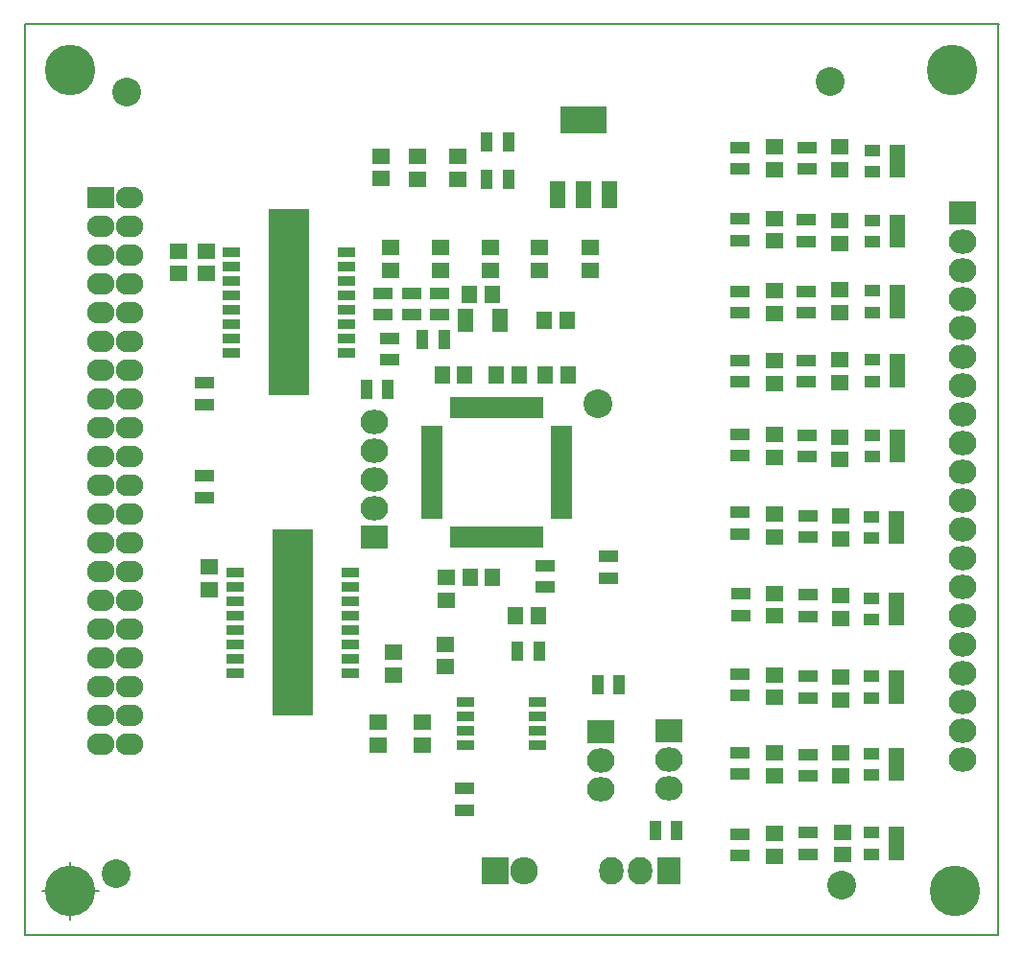
<source format=gbr>
G04 #@! TF.FileFunction,Soldermask,Top*
%FSLAX46Y46*%
G04 Gerber Fmt 4.6, Leading zero omitted, Abs format (unit mm)*
G04 Created by KiCad (PCBNEW 4.0.2-stable) date 21/01/2018 10:23:35*
%MOMM*%
G01*
G04 APERTURE LIST*
%ADD10C,0.100000*%
%ADD11C,0.150000*%
%ADD12R,1.650000X1.400000*%
%ADD13R,3.540000X16.540000*%
%ADD14R,2.400000X1.924000*%
%ADD15O,2.400000X1.924000*%
%ADD16R,2.432000X2.127200*%
%ADD17O,2.432000X2.127200*%
%ADD18R,1.543000X0.908000*%
%ADD19R,1.100000X1.700000*%
%ADD20R,1.400000X1.650000*%
%ADD21R,1.700000X1.100000*%
%ADD22R,1.460000X1.050000*%
%ADD23R,1.400000X2.000000*%
%ADD24R,2.127200X2.432000*%
%ADD25O,2.127200X2.432000*%
%ADD26C,2.540000*%
%ADD27C,4.464000*%
%ADD28R,1.900000X0.700000*%
%ADD29R,0.700000X1.900000*%
%ADD30R,4.057600X2.432000*%
%ADD31R,1.416000X2.432000*%
%ADD32R,2.432000X2.432000*%
%ADD33O,2.432000X2.432000*%
G04 APERTURE END LIST*
D10*
D11*
X105666666Y-144500000D02*
G75*
G03X105666666Y-144500000I-1666666J0D01*
G01*
X101500000Y-144500000D02*
X106500000Y-144500000D01*
X104000000Y-142000000D02*
X104000000Y-147000000D01*
X100015000Y-67920000D02*
X185880000Y-67920000D01*
X100015000Y-67920000D02*
X100015000Y-148420000D01*
X185875000Y-148420000D02*
X185875000Y-67920000D01*
X100010000Y-148420000D02*
X185875000Y-148420000D01*
D12*
X138200000Y-79650000D03*
X138200000Y-81650000D03*
D13*
X123580000Y-120820000D03*
X123280000Y-92520000D03*
D14*
X106680000Y-83320000D03*
D15*
X109220000Y-83320000D03*
X106680000Y-85860000D03*
X109220000Y-85860000D03*
X106680000Y-88400000D03*
X109220000Y-88400000D03*
X106680000Y-90940000D03*
X109220000Y-90940000D03*
X106680000Y-93480000D03*
X109220000Y-93480000D03*
X106680000Y-96020000D03*
X109220000Y-96020000D03*
X106680000Y-98560000D03*
X109220000Y-98560000D03*
X106680000Y-101100000D03*
X109220000Y-101100000D03*
X106680000Y-103640000D03*
X109220000Y-103640000D03*
X106680000Y-106180000D03*
X109220000Y-106180000D03*
X106680000Y-108720000D03*
X109220000Y-108720000D03*
X106680000Y-111260000D03*
X109220000Y-111260000D03*
X106680000Y-113800000D03*
X109220000Y-113800000D03*
X106680000Y-116340000D03*
X109220000Y-116340000D03*
X106680000Y-118880000D03*
X109220000Y-118880000D03*
X106680000Y-121420000D03*
X109220000Y-121420000D03*
X106680000Y-123960000D03*
X109220000Y-123960000D03*
X106680000Y-126500000D03*
X109220000Y-126500000D03*
X106680000Y-129040000D03*
X109220000Y-129040000D03*
X106680000Y-131580000D03*
X109220000Y-131580000D03*
D16*
X156770000Y-130400000D03*
D17*
X156770000Y-132940000D03*
X156770000Y-135480000D03*
D18*
X118500000Y-116375000D03*
X118500000Y-117645000D03*
X118500000Y-118915000D03*
X118500000Y-120185000D03*
X118500000Y-121455000D03*
X118500000Y-122725000D03*
X118500000Y-123995000D03*
X118500000Y-125265000D03*
X128660000Y-125265000D03*
X128660000Y-123995000D03*
X128660000Y-122725000D03*
X128660000Y-121455000D03*
X128660000Y-120185000D03*
X128660000Y-118915000D03*
X128660000Y-117645000D03*
X128660000Y-116375000D03*
D19*
X140750000Y-78350000D03*
X142650000Y-78350000D03*
D18*
X118200000Y-88075000D03*
X118200000Y-89345000D03*
X118200000Y-90615000D03*
X118200000Y-91885000D03*
X118200000Y-93155000D03*
X118200000Y-94425000D03*
X118200000Y-95695000D03*
X118200000Y-96965000D03*
X128360000Y-96965000D03*
X128360000Y-95695000D03*
X128360000Y-94425000D03*
X128360000Y-93155000D03*
X128360000Y-91885000D03*
X128360000Y-90615000D03*
X128360000Y-89345000D03*
X128360000Y-88075000D03*
D12*
X166080000Y-80820000D03*
X166080000Y-78820000D03*
X171880000Y-80820000D03*
X171880000Y-78820000D03*
X166080000Y-87120000D03*
X166080000Y-85120000D03*
X171880000Y-87320000D03*
X171880000Y-85320000D03*
X166080000Y-93520000D03*
X166080000Y-91520000D03*
X171880000Y-93420000D03*
X171880000Y-91420000D03*
X166080000Y-99720000D03*
X166080000Y-97720000D03*
X171880000Y-99620000D03*
X171880000Y-97620000D03*
X166080000Y-106220000D03*
X166080000Y-104220000D03*
X171880000Y-106420000D03*
X171880000Y-104420000D03*
X166080000Y-113220000D03*
X166080000Y-111220000D03*
X171980000Y-113420000D03*
X171980000Y-111420000D03*
X166080000Y-120220000D03*
X166080000Y-118220000D03*
X171980000Y-120420000D03*
X171980000Y-118420000D03*
X166080000Y-127420000D03*
X166080000Y-125420000D03*
X171980000Y-127620000D03*
X171980000Y-125620000D03*
X166080000Y-134320000D03*
X166080000Y-132320000D03*
X171980000Y-134320000D03*
X171980000Y-132320000D03*
D20*
X145780000Y-94120000D03*
X147780000Y-94120000D03*
X141580000Y-98920000D03*
X143580000Y-98920000D03*
X141200000Y-91800000D03*
X139200000Y-91800000D03*
X138780000Y-98920000D03*
X136780000Y-98920000D03*
D12*
X137140000Y-118820000D03*
X137140000Y-116820000D03*
D20*
X141250000Y-116820000D03*
X139250000Y-116820000D03*
D12*
X131380000Y-79620000D03*
X131380000Y-81620000D03*
X134650000Y-79650000D03*
X134650000Y-81650000D03*
X145380000Y-87720000D03*
X145380000Y-89720000D03*
X149880000Y-87720000D03*
X149880000Y-89720000D03*
X132280000Y-87720000D03*
X132280000Y-89720000D03*
X136680000Y-87720000D03*
X136680000Y-89720000D03*
X141080000Y-87720000D03*
X141080000Y-89720000D03*
D21*
X163080000Y-78870000D03*
X163080000Y-80770000D03*
X168980000Y-80770000D03*
X168980000Y-78870000D03*
X163080000Y-87070000D03*
X163080000Y-85170000D03*
X168880000Y-87170000D03*
X168880000Y-85270000D03*
X163080000Y-91570000D03*
X163080000Y-93470000D03*
X168880000Y-93470000D03*
X168880000Y-91570000D03*
X163080000Y-99570000D03*
X163080000Y-97670000D03*
X168880000Y-99570000D03*
X168880000Y-97670000D03*
X163080000Y-104170000D03*
X163080000Y-106070000D03*
X168980000Y-106170000D03*
X168980000Y-104270000D03*
X163080000Y-112970000D03*
X163080000Y-111070000D03*
X169080000Y-113270000D03*
X169080000Y-111370000D03*
X163180000Y-118270000D03*
X163180000Y-120170000D03*
X169080000Y-120270000D03*
X169080000Y-118370000D03*
X163080000Y-127270000D03*
X163080000Y-125370000D03*
X169080000Y-127470000D03*
X169080000Y-125570000D03*
X163080000Y-132270000D03*
X163080000Y-134170000D03*
X169080000Y-134370000D03*
X169080000Y-132470000D03*
D22*
X176930000Y-81020000D03*
X176930000Y-80070000D03*
X176930000Y-79120000D03*
X174730000Y-79120000D03*
X174730000Y-81020000D03*
X176930000Y-87220000D03*
X176930000Y-86270000D03*
X176930000Y-85320000D03*
X174730000Y-85320000D03*
X174730000Y-87220000D03*
X176930000Y-93420000D03*
X176930000Y-92470000D03*
X176930000Y-91520000D03*
X174730000Y-91520000D03*
X174730000Y-93420000D03*
X176930000Y-99520000D03*
X176930000Y-98570000D03*
X176930000Y-97620000D03*
X174730000Y-97620000D03*
X174730000Y-99520000D03*
X176980000Y-106170000D03*
X176980000Y-105220000D03*
X176980000Y-104270000D03*
X174780000Y-104270000D03*
X174780000Y-106170000D03*
X176880000Y-113370000D03*
X176880000Y-112420000D03*
X176880000Y-111470000D03*
X174680000Y-111470000D03*
X174680000Y-113370000D03*
X176880000Y-120570000D03*
X176880000Y-119620000D03*
X176880000Y-118670000D03*
X174680000Y-118670000D03*
X174680000Y-120570000D03*
X176880000Y-127470000D03*
X176880000Y-126520000D03*
X176880000Y-125570000D03*
X174680000Y-125570000D03*
X174680000Y-127470000D03*
X176880000Y-134270000D03*
X176880000Y-133320000D03*
X176880000Y-132370000D03*
X174680000Y-132370000D03*
X174680000Y-134270000D03*
D23*
X141880000Y-94120000D03*
X138880000Y-94120000D03*
D20*
X145280000Y-120220000D03*
X143280000Y-120220000D03*
D12*
X131180000Y-131620000D03*
X131180000Y-129620000D03*
D20*
X147880000Y-98920000D03*
X145880000Y-98920000D03*
D12*
X132480000Y-123420000D03*
X132480000Y-125420000D03*
X135000000Y-129600000D03*
X135000000Y-131600000D03*
D24*
X156780000Y-142720000D03*
D25*
X154240000Y-142720000D03*
X151700000Y-142720000D03*
D16*
X150780000Y-130420000D03*
D17*
X150780000Y-132960000D03*
X150780000Y-135500000D03*
D21*
X145880000Y-117670000D03*
X145880000Y-115770000D03*
D19*
X145330000Y-123320000D03*
X143430000Y-123320000D03*
D21*
X138780000Y-135470000D03*
X138780000Y-137370000D03*
X151480000Y-116870000D03*
X151480000Y-114970000D03*
D19*
X150530000Y-126320000D03*
X152430000Y-126320000D03*
X157470000Y-139180000D03*
X155570000Y-139180000D03*
D12*
X172080000Y-141320000D03*
X172080000Y-139320000D03*
X166080000Y-141420000D03*
X166080000Y-139420000D03*
D21*
X169080000Y-139370000D03*
X169080000Y-141270000D03*
X163080000Y-139470000D03*
X163080000Y-141370000D03*
D16*
X182680000Y-84620000D03*
D17*
X182680000Y-87160000D03*
X182680000Y-89700000D03*
X182680000Y-92240000D03*
X182680000Y-94780000D03*
X182680000Y-97320000D03*
X182680000Y-99860000D03*
X182680000Y-102400000D03*
X182680000Y-104940000D03*
X182680000Y-107480000D03*
X182680000Y-110020000D03*
X182680000Y-112560000D03*
X182680000Y-115100000D03*
X182680000Y-117640000D03*
X182680000Y-120180000D03*
X182680000Y-122720000D03*
X182680000Y-125260000D03*
X182680000Y-127800000D03*
X182680000Y-130340000D03*
X182680000Y-132880000D03*
D22*
X176880000Y-141270000D03*
X176880000Y-140320000D03*
X176880000Y-139370000D03*
X174680000Y-139370000D03*
X174680000Y-141270000D03*
D19*
X140750000Y-81650000D03*
X142650000Y-81650000D03*
D12*
X116000000Y-88000000D03*
X116000000Y-90000000D03*
X113500000Y-88000000D03*
X113500000Y-90000000D03*
X116200000Y-117900000D03*
X116200000Y-115900000D03*
D26*
X109000000Y-74000000D03*
X171000000Y-73000000D03*
X108000000Y-143000000D03*
X172000000Y-144000000D03*
D27*
X181800000Y-72000000D03*
X182000000Y-144500000D03*
X104000000Y-72000000D03*
X104000000Y-144500000D03*
D26*
X150500000Y-101500000D03*
D16*
X130820000Y-113270000D03*
D17*
X130820000Y-110730000D03*
X130820000Y-108190000D03*
X130820000Y-105650000D03*
X130820000Y-103110000D03*
D21*
X134100000Y-93650000D03*
X134100000Y-91750000D03*
X131600000Y-93650000D03*
X131600000Y-91750000D03*
X132150000Y-97600000D03*
X132150000Y-95700000D03*
X136600000Y-91750000D03*
X136600000Y-93650000D03*
D19*
X130100000Y-100250000D03*
X132000000Y-100250000D03*
X136950000Y-95800000D03*
X135050000Y-95800000D03*
D21*
X115800000Y-99650000D03*
X115800000Y-101550000D03*
X115800000Y-109750000D03*
X115800000Y-107850000D03*
D28*
X147280000Y-111270000D03*
X147280000Y-110770000D03*
X147280000Y-110270000D03*
X147280000Y-109770000D03*
X147280000Y-109270000D03*
X147280000Y-108770000D03*
X147280000Y-108270000D03*
X147280000Y-107770000D03*
X147280000Y-107270000D03*
X147280000Y-106770000D03*
X147280000Y-106270000D03*
X147280000Y-105770000D03*
X147280000Y-105270000D03*
X147280000Y-104770000D03*
X147280000Y-104270000D03*
X147280000Y-103770000D03*
D29*
X145330000Y-101820000D03*
X144830000Y-101820000D03*
X144330000Y-101820000D03*
X143830000Y-101820000D03*
X143330000Y-101820000D03*
X142830000Y-101820000D03*
X142330000Y-101820000D03*
X141830000Y-101820000D03*
X141330000Y-101820000D03*
X140830000Y-101820000D03*
X140330000Y-101820000D03*
X139830000Y-101820000D03*
X139330000Y-101820000D03*
X138830000Y-101820000D03*
X138330000Y-101820000D03*
X137830000Y-101820000D03*
D28*
X135880000Y-103770000D03*
X135880000Y-104270000D03*
X135880000Y-104770000D03*
X135880000Y-105270000D03*
X135880000Y-105770000D03*
X135880000Y-106270000D03*
X135880000Y-106770000D03*
X135880000Y-107270000D03*
X135880000Y-107770000D03*
X135880000Y-108270000D03*
X135880000Y-108770000D03*
X135880000Y-109270000D03*
X135880000Y-109770000D03*
X135880000Y-110270000D03*
X135880000Y-110770000D03*
X135880000Y-111270000D03*
D29*
X137830000Y-113220000D03*
X138330000Y-113220000D03*
X138830000Y-113220000D03*
X139330000Y-113220000D03*
X139830000Y-113220000D03*
X140330000Y-113220000D03*
X140830000Y-113220000D03*
X141330000Y-113220000D03*
X141830000Y-113220000D03*
X142330000Y-113220000D03*
X142830000Y-113220000D03*
X143330000Y-113220000D03*
X143830000Y-113220000D03*
X144330000Y-113220000D03*
X144830000Y-113220000D03*
X145330000Y-113220000D03*
D30*
X149280000Y-76418000D03*
D31*
X149280000Y-83022000D03*
X151566000Y-83022000D03*
X146994000Y-83022000D03*
D18*
X145155000Y-127815000D03*
X145155000Y-129085000D03*
X145155000Y-130355000D03*
X145155000Y-131625000D03*
X138805000Y-131625000D03*
X138805000Y-130355000D03*
X138805000Y-129085000D03*
X138805000Y-127815000D03*
D32*
X141510000Y-142750000D03*
D33*
X144050000Y-142750000D03*
D12*
X137080000Y-122720000D03*
X137080000Y-124720000D03*
M02*

</source>
